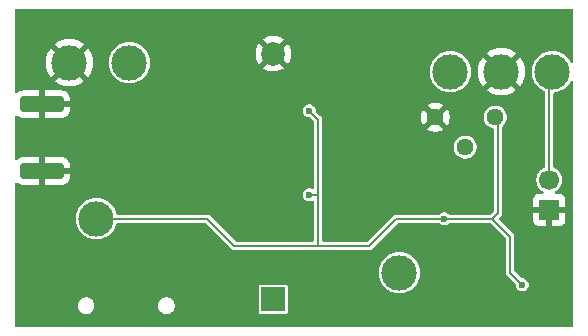
<source format=gbr>
%TF.GenerationSoftware,KiCad,Pcbnew,9.0.5*%
%TF.CreationDate,2025-11-29T16:59:50-06:00*%
%TF.ProjectId,RFIndicator,5246496e-6469-4636-9174-6f722e6b6963,rev?*%
%TF.SameCoordinates,Original*%
%TF.FileFunction,Copper,L2,Bot*%
%TF.FilePolarity,Positive*%
%FSLAX46Y46*%
G04 Gerber Fmt 4.6, Leading zero omitted, Abs format (unit mm)*
G04 Created by KiCad (PCBNEW 9.0.5) date 2025-11-29 16:59:50*
%MOMM*%
%LPD*%
G01*
G04 APERTURE LIST*
G04 Aperture macros list*
%AMRoundRect*
0 Rectangle with rounded corners*
0 $1 Rounding radius*
0 $2 $3 $4 $5 $6 $7 $8 $9 X,Y pos of 4 corners*
0 Add a 4 corners polygon primitive as box body*
4,1,4,$2,$3,$4,$5,$6,$7,$8,$9,$2,$3,0*
0 Add four circle primitives for the rounded corners*
1,1,$1+$1,$2,$3*
1,1,$1+$1,$4,$5*
1,1,$1+$1,$6,$7*
1,1,$1+$1,$8,$9*
0 Add four rect primitives between the rounded corners*
20,1,$1+$1,$2,$3,$4,$5,0*
20,1,$1+$1,$4,$5,$6,$7,0*
20,1,$1+$1,$6,$7,$8,$9,0*
20,1,$1+$1,$8,$9,$2,$3,0*%
G04 Aperture macros list end*
%TA.AperFunction,ComponentPad*%
%ADD10R,1.700000X1.700000*%
%TD*%
%TA.AperFunction,ComponentPad*%
%ADD11C,1.700000*%
%TD*%
%TA.AperFunction,ComponentPad*%
%ADD12C,1.440000*%
%TD*%
%TA.AperFunction,ComponentPad*%
%ADD13C,3.000000*%
%TD*%
%TA.AperFunction,SMDPad,CuDef*%
%ADD14RoundRect,0.250000X-1.600000X0.425000X-1.600000X-0.425000X1.600000X-0.425000X1.600000X0.425000X0*%
%TD*%
%TA.AperFunction,ComponentPad*%
%ADD15R,2.000000X2.000000*%
%TD*%
%TA.AperFunction,ComponentPad*%
%ADD16C,2.000000*%
%TD*%
%TA.AperFunction,ViaPad*%
%ADD17C,0.600000*%
%TD*%
%TA.AperFunction,Conductor*%
%ADD18C,0.200000*%
%TD*%
G04 APERTURE END LIST*
D10*
%TO.P,J2,1,Pin_1*%
%TO.N,GND*%
X99060000Y-114051000D03*
D11*
%TO.P,J2,2,Pin_2*%
%TO.N,Net-(D1-A)*%
X99060000Y-111511000D03*
%TD*%
D12*
%TO.P,RV1,1,1*%
%TO.N,VCC*%
X94488000Y-106212000D03*
%TO.P,RV1,2,2*%
%TO.N,Net-(U1-+)*%
X91948000Y-108752000D03*
%TO.P,RV1,3,3*%
%TO.N,GND*%
X89408000Y-106212000D03*
%TD*%
D13*
%TO.P,TP5,1,1*%
%TO.N,Net-(D1-A)*%
X99314000Y-102362000D03*
%TD*%
%TO.P,TP4,1,1*%
%TO.N,Net-(U1-+)*%
X90678000Y-102362000D03*
%TD*%
%TO.P,TP6,1,1*%
%TO.N,GND*%
X94996000Y-102362000D03*
%TD*%
%TO.P,TP7,1,1*%
%TO.N,GND*%
X58420000Y-101600000D03*
%TD*%
%TO.P,TP3,1,1*%
%TO.N,Net-(U1--)*%
X86360000Y-119380000D03*
%TD*%
%TO.P,TP2,1,1*%
%TO.N,Net-(U2-INHI)*%
X63500000Y-101600000D03*
%TD*%
%TO.P,TP1,1,1*%
%TO.N,VCC*%
X60706000Y-114808000D03*
%TD*%
D14*
%TO.P,J1,2,Ext*%
%TO.N,GND*%
X56130000Y-105125000D03*
X56130000Y-110775000D03*
%TD*%
D15*
%TO.P,BT1,1,+*%
%TO.N,Net-(BT1-+)*%
X75692000Y-121638000D03*
D16*
%TO.P,BT1,2,-*%
%TO.N,GND*%
X75692000Y-100838000D03*
%TD*%
D17*
%TO.N,GND*%
X78740000Y-103886000D03*
X77216000Y-102616000D03*
X77216000Y-115824000D03*
X78740000Y-114554000D03*
X78486000Y-110236000D03*
X78486000Y-109474000D03*
X81788000Y-110744000D03*
X81788000Y-109982000D03*
X93980000Y-112776000D03*
X91440000Y-112776000D03*
X92202000Y-117856000D03*
X93726000Y-116332000D03*
X100330000Y-110236000D03*
X97790000Y-110236000D03*
X96520000Y-108458000D03*
X58166000Y-108712000D03*
X59182000Y-108712000D03*
X60198000Y-108712000D03*
X60198000Y-109728000D03*
X60960000Y-110236000D03*
X61976000Y-110236000D03*
X62992000Y-109728000D03*
X63246000Y-108712000D03*
X64262000Y-108712000D03*
X65278000Y-108712000D03*
X66040000Y-108966000D03*
X67056000Y-108966000D03*
X68072000Y-108966000D03*
X69088000Y-108966000D03*
X70104000Y-108966000D03*
X70358000Y-111252000D03*
X71120000Y-111506000D03*
X72898000Y-110998000D03*
X73660000Y-110236000D03*
X74422000Y-110236000D03*
X76454000Y-111252000D03*
X77470000Y-110744000D03*
X77470000Y-109982000D03*
X77470000Y-109220000D03*
X77470000Y-108458000D03*
X77470000Y-107696000D03*
X76708000Y-107188000D03*
X74422000Y-108204000D03*
X73660000Y-108204000D03*
X72898000Y-107442000D03*
X71374000Y-107188000D03*
X70358000Y-107442000D03*
X69596000Y-106934000D03*
X66802000Y-106934000D03*
X65786000Y-107188000D03*
X64770000Y-107188000D03*
X63500000Y-107188000D03*
X63500000Y-106172000D03*
X62484000Y-105918000D03*
X61468000Y-105918000D03*
X60452000Y-105918000D03*
X59690000Y-106426000D03*
X59182000Y-107188000D03*
X58166000Y-107188000D03*
%TO.N,VCC*%
X96774000Y-120396000D03*
X90170000Y-114808000D03*
X78740000Y-105664000D03*
X78740000Y-112776000D03*
%TD*%
D18*
%TO.N,VCC*%
X86106000Y-114808000D02*
X90170000Y-114808000D01*
X79502000Y-117094000D02*
X83820000Y-117094000D01*
X83820000Y-117094000D02*
X86106000Y-114808000D01*
X78740000Y-112776000D02*
X79502000Y-112776000D01*
X79502000Y-112776000D02*
X79502000Y-106426000D01*
X79502000Y-106426000D02*
X78740000Y-105664000D01*
X79502000Y-117094000D02*
X79502000Y-112776000D01*
X72390000Y-117094000D02*
X79502000Y-117094000D01*
X70104000Y-114808000D02*
X72390000Y-117094000D01*
X60706000Y-114808000D02*
X70104000Y-114808000D01*
X94742000Y-114300000D02*
X94742000Y-106426000D01*
X94234000Y-114808000D02*
X94742000Y-114300000D01*
X95758000Y-116332000D02*
X95758000Y-119380000D01*
X95758000Y-119380000D02*
X96774000Y-120396000D01*
X94234000Y-114808000D02*
X95758000Y-116332000D01*
X90170000Y-114808000D02*
X94234000Y-114808000D01*
%TO.N,Net-(D1-A)*%
X99060000Y-103124000D02*
X99314000Y-102870000D01*
X99060000Y-111511000D02*
X99060000Y-103124000D01*
%TD*%
%TA.AperFunction,Conductor*%
%TO.N,GND*%
G36*
X101042539Y-97040185D02*
G01*
X101088294Y-97092989D01*
X101099500Y-97144500D01*
X101099500Y-101490802D01*
X101079815Y-101557841D01*
X101027011Y-101603596D01*
X100957853Y-101613540D01*
X100894297Y-101584515D01*
X100868113Y-101552802D01*
X100819675Y-101468905D01*
X100772611Y-101387388D01*
X100772608Y-101387385D01*
X100772607Y-101387382D01*
X100663154Y-101244742D01*
X100632919Y-101205339D01*
X100632918Y-101205338D01*
X100632911Y-101205330D01*
X100470670Y-101043089D01*
X100470661Y-101043081D01*
X100288617Y-100903392D01*
X100246060Y-100878822D01*
X100089888Y-100788656D01*
X100089876Y-100788650D01*
X99877887Y-100700842D01*
X99857905Y-100695488D01*
X99656238Y-100641452D01*
X99618215Y-100636446D01*
X99428741Y-100611500D01*
X99428734Y-100611500D01*
X99199266Y-100611500D01*
X99199258Y-100611500D01*
X98982715Y-100640009D01*
X98971762Y-100641452D01*
X98878076Y-100666554D01*
X98750112Y-100700842D01*
X98538123Y-100788650D01*
X98538109Y-100788657D01*
X98339382Y-100903392D01*
X98157338Y-101043081D01*
X97995081Y-101205338D01*
X97855392Y-101387382D01*
X97740657Y-101586109D01*
X97740650Y-101586123D01*
X97652842Y-101798112D01*
X97652842Y-101798113D01*
X97603757Y-101981305D01*
X97593453Y-102019759D01*
X97593451Y-102019770D01*
X97563500Y-102247258D01*
X97563500Y-102476741D01*
X97577196Y-102580767D01*
X97593452Y-102704238D01*
X97629855Y-102840097D01*
X97652842Y-102925887D01*
X97740650Y-103137876D01*
X97740657Y-103137890D01*
X97804501Y-103248471D01*
X97846114Y-103320548D01*
X97855392Y-103336617D01*
X97995081Y-103518661D01*
X97995089Y-103518670D01*
X98157330Y-103680911D01*
X98157338Y-103680918D01*
X98339382Y-103820607D01*
X98339385Y-103820608D01*
X98339388Y-103820611D01*
X98538112Y-103935344D01*
X98538117Y-103935346D01*
X98538123Y-103935349D01*
X98632952Y-103974628D01*
X98687356Y-104018468D01*
X98709421Y-104084762D01*
X98709500Y-104089189D01*
X98709500Y-110378481D01*
X98689815Y-110445520D01*
X98641795Y-110488966D01*
X98483211Y-110569768D01*
X98403256Y-110627859D01*
X98343072Y-110671586D01*
X98343070Y-110671588D01*
X98343069Y-110671588D01*
X98220588Y-110794069D01*
X98220588Y-110794070D01*
X98220586Y-110794072D01*
X98176859Y-110854256D01*
X98118768Y-110934211D01*
X98040128Y-111088552D01*
X97986597Y-111253302D01*
X97970856Y-111352690D01*
X97959500Y-111424389D01*
X97959500Y-111597611D01*
X97986598Y-111768701D01*
X98040127Y-111933445D01*
X98118768Y-112087788D01*
X98220586Y-112227928D01*
X98343072Y-112350414D01*
X98483212Y-112452232D01*
X98506213Y-112463951D01*
X98511244Y-112466515D01*
X98562040Y-112514490D01*
X98578835Y-112582311D01*
X98556297Y-112648446D01*
X98501582Y-112691897D01*
X98454949Y-112701000D01*
X98162155Y-112701000D01*
X98102627Y-112707401D01*
X98102620Y-112707403D01*
X97967913Y-112757645D01*
X97967906Y-112757649D01*
X97852812Y-112843809D01*
X97852809Y-112843812D01*
X97766649Y-112958906D01*
X97766645Y-112958913D01*
X97716403Y-113093620D01*
X97716401Y-113093627D01*
X97710000Y-113153155D01*
X97710000Y-113801000D01*
X98626988Y-113801000D01*
X98594075Y-113858007D01*
X98560000Y-113985174D01*
X98560000Y-114116826D01*
X98594075Y-114243993D01*
X98626988Y-114301000D01*
X97710000Y-114301000D01*
X97710000Y-114948844D01*
X97716401Y-115008372D01*
X97716403Y-115008379D01*
X97766645Y-115143086D01*
X97766649Y-115143093D01*
X97852809Y-115258187D01*
X97852812Y-115258190D01*
X97967906Y-115344350D01*
X97967913Y-115344354D01*
X98102620Y-115394596D01*
X98102627Y-115394598D01*
X98162155Y-115400999D01*
X98162172Y-115401000D01*
X98810000Y-115401000D01*
X98810000Y-114484012D01*
X98867007Y-114516925D01*
X98994174Y-114551000D01*
X99125826Y-114551000D01*
X99252993Y-114516925D01*
X99310000Y-114484012D01*
X99310000Y-115401000D01*
X99957828Y-115401000D01*
X99957844Y-115400999D01*
X100017372Y-115394598D01*
X100017379Y-115394596D01*
X100152086Y-115344354D01*
X100152093Y-115344350D01*
X100267187Y-115258190D01*
X100267190Y-115258187D01*
X100353350Y-115143093D01*
X100353354Y-115143086D01*
X100403596Y-115008379D01*
X100403598Y-115008372D01*
X100409999Y-114948844D01*
X100410000Y-114948827D01*
X100410000Y-114301000D01*
X99493012Y-114301000D01*
X99525925Y-114243993D01*
X99560000Y-114116826D01*
X99560000Y-113985174D01*
X99525925Y-113858007D01*
X99493012Y-113801000D01*
X100410000Y-113801000D01*
X100410000Y-113153172D01*
X100409999Y-113153155D01*
X100403598Y-113093627D01*
X100403596Y-113093620D01*
X100353354Y-112958913D01*
X100353350Y-112958906D01*
X100267190Y-112843812D01*
X100267187Y-112843809D01*
X100152093Y-112757649D01*
X100152086Y-112757645D01*
X100017379Y-112707403D01*
X100017372Y-112707401D01*
X99957844Y-112701000D01*
X99665051Y-112701000D01*
X99598012Y-112681315D01*
X99552257Y-112628511D01*
X99542313Y-112559353D01*
X99571338Y-112495797D01*
X99608756Y-112466515D01*
X99611471Y-112465131D01*
X99636788Y-112452232D01*
X99776928Y-112350414D01*
X99899414Y-112227928D01*
X100001232Y-112087788D01*
X100079873Y-111933445D01*
X100133402Y-111768701D01*
X100160500Y-111597611D01*
X100160500Y-111424389D01*
X100133402Y-111253299D01*
X100079873Y-111088555D01*
X100001232Y-110934212D01*
X99899414Y-110794072D01*
X99776928Y-110671586D01*
X99636788Y-110569768D01*
X99478205Y-110488966D01*
X99427409Y-110440991D01*
X99410500Y-110378481D01*
X99410500Y-104223645D01*
X99430185Y-104156606D01*
X99482989Y-104110851D01*
X99518313Y-104100706D01*
X99656238Y-104082548D01*
X99877887Y-104023158D01*
X100089888Y-103935344D01*
X100288612Y-103820611D01*
X100470661Y-103680919D01*
X100470665Y-103680914D01*
X100470670Y-103680911D01*
X100632911Y-103518670D01*
X100632914Y-103518665D01*
X100632919Y-103518661D01*
X100772611Y-103336612D01*
X100868113Y-103171196D01*
X100918680Y-103122981D01*
X100987287Y-103109758D01*
X101052152Y-103135726D01*
X101092680Y-103192641D01*
X101099500Y-103233197D01*
X101099500Y-123835500D01*
X101079815Y-123902539D01*
X101027011Y-123948294D01*
X100975500Y-123959500D01*
X53964500Y-123959500D01*
X53897461Y-123939815D01*
X53851706Y-123887011D01*
X53840500Y-123835500D01*
X53840500Y-122242995D01*
X59145499Y-122242995D01*
X59172418Y-122378322D01*
X59172421Y-122378332D01*
X59225221Y-122505804D01*
X59225228Y-122505817D01*
X59301885Y-122620541D01*
X59301888Y-122620545D01*
X59399454Y-122718111D01*
X59399458Y-122718114D01*
X59514182Y-122794771D01*
X59514195Y-122794778D01*
X59641667Y-122847578D01*
X59641672Y-122847580D01*
X59641676Y-122847580D01*
X59641677Y-122847581D01*
X59777004Y-122874500D01*
X59777007Y-122874500D01*
X59914995Y-122874500D01*
X60006041Y-122856389D01*
X60050328Y-122847580D01*
X60177811Y-122794775D01*
X60292542Y-122718114D01*
X60390114Y-122620542D01*
X60466775Y-122505811D01*
X60519580Y-122378328D01*
X60546500Y-122242995D01*
X65945499Y-122242995D01*
X65972418Y-122378322D01*
X65972421Y-122378332D01*
X66025221Y-122505804D01*
X66025228Y-122505817D01*
X66101885Y-122620541D01*
X66101888Y-122620545D01*
X66199454Y-122718111D01*
X66199458Y-122718114D01*
X66314182Y-122794771D01*
X66314195Y-122794778D01*
X66441667Y-122847578D01*
X66441672Y-122847580D01*
X66441676Y-122847580D01*
X66441677Y-122847581D01*
X66577004Y-122874500D01*
X66577007Y-122874500D01*
X66714995Y-122874500D01*
X66806041Y-122856389D01*
X66850328Y-122847580D01*
X66977811Y-122794775D01*
X67092542Y-122718114D01*
X67190114Y-122620542D01*
X67266775Y-122505811D01*
X67319580Y-122378328D01*
X67346500Y-122242993D01*
X67346500Y-122105007D01*
X67346500Y-122105004D01*
X67319581Y-121969677D01*
X67319580Y-121969676D01*
X67319580Y-121969672D01*
X67319578Y-121969667D01*
X67266778Y-121842195D01*
X67266771Y-121842182D01*
X67190114Y-121727458D01*
X67190111Y-121727454D01*
X67092545Y-121629888D01*
X67092541Y-121629885D01*
X66977817Y-121553228D01*
X66977804Y-121553221D01*
X66850332Y-121500421D01*
X66850322Y-121500418D01*
X66714995Y-121473500D01*
X66714993Y-121473500D01*
X66577007Y-121473500D01*
X66577005Y-121473500D01*
X66441677Y-121500418D01*
X66441667Y-121500421D01*
X66314195Y-121553221D01*
X66314182Y-121553228D01*
X66199458Y-121629885D01*
X66199454Y-121629888D01*
X66101888Y-121727454D01*
X66101885Y-121727458D01*
X66025228Y-121842182D01*
X66025221Y-121842195D01*
X65972421Y-121969667D01*
X65972418Y-121969677D01*
X65945500Y-122105004D01*
X65945500Y-122105007D01*
X65945500Y-122242993D01*
X65945500Y-122242995D01*
X65945499Y-122242995D01*
X60546500Y-122242995D01*
X60546500Y-122242993D01*
X60546500Y-122105007D01*
X60546500Y-122105004D01*
X60519581Y-121969677D01*
X60519580Y-121969676D01*
X60519580Y-121969672D01*
X60519578Y-121969667D01*
X60466778Y-121842195D01*
X60466771Y-121842182D01*
X60390114Y-121727458D01*
X60390111Y-121727454D01*
X60292545Y-121629888D01*
X60292541Y-121629885D01*
X60177817Y-121553228D01*
X60177804Y-121553221D01*
X60050332Y-121500421D01*
X60050322Y-121500418D01*
X59914995Y-121473500D01*
X59914993Y-121473500D01*
X59777007Y-121473500D01*
X59777005Y-121473500D01*
X59641677Y-121500418D01*
X59641667Y-121500421D01*
X59514195Y-121553221D01*
X59514182Y-121553228D01*
X59399458Y-121629885D01*
X59399454Y-121629888D01*
X59301888Y-121727454D01*
X59301885Y-121727458D01*
X59225228Y-121842182D01*
X59225221Y-121842195D01*
X59172421Y-121969667D01*
X59172418Y-121969677D01*
X59145500Y-122105004D01*
X59145500Y-122105007D01*
X59145500Y-122242993D01*
X59145500Y-122242995D01*
X59145499Y-122242995D01*
X53840500Y-122242995D01*
X53840500Y-120613321D01*
X74441500Y-120613321D01*
X74441500Y-122662678D01*
X74456032Y-122735735D01*
X74456033Y-122735739D01*
X74456034Y-122735740D01*
X74511399Y-122818601D01*
X74594260Y-122873966D01*
X74594264Y-122873967D01*
X74667321Y-122888499D01*
X74667324Y-122888500D01*
X74667326Y-122888500D01*
X76716676Y-122888500D01*
X76716677Y-122888499D01*
X76789740Y-122873966D01*
X76872601Y-122818601D01*
X76927966Y-122735740D01*
X76942500Y-122662674D01*
X76942500Y-120613326D01*
X76942500Y-120613323D01*
X76942499Y-120613321D01*
X76927967Y-120540264D01*
X76927966Y-120540260D01*
X76925561Y-120536661D01*
X76872601Y-120457399D01*
X76789740Y-120402034D01*
X76789739Y-120402033D01*
X76789735Y-120402032D01*
X76716677Y-120387500D01*
X76716674Y-120387500D01*
X74667326Y-120387500D01*
X74667323Y-120387500D01*
X74594264Y-120402032D01*
X74594260Y-120402033D01*
X74511399Y-120457399D01*
X74456033Y-120540260D01*
X74456032Y-120540264D01*
X74441500Y-120613321D01*
X53840500Y-120613321D01*
X53840500Y-119265258D01*
X84609500Y-119265258D01*
X84609500Y-119494741D01*
X84634446Y-119684215D01*
X84639452Y-119722238D01*
X84639453Y-119722240D01*
X84698842Y-119943887D01*
X84786650Y-120155876D01*
X84786656Y-120155888D01*
X84872666Y-120304863D01*
X84901392Y-120354617D01*
X85041081Y-120536661D01*
X85041089Y-120536670D01*
X85203330Y-120698911D01*
X85203338Y-120698918D01*
X85203339Y-120698919D01*
X85249077Y-120734015D01*
X85385382Y-120838607D01*
X85385385Y-120838608D01*
X85385388Y-120838611D01*
X85584112Y-120953344D01*
X85584117Y-120953346D01*
X85584123Y-120953349D01*
X85675480Y-120991190D01*
X85796113Y-121041158D01*
X86017762Y-121100548D01*
X86245266Y-121130500D01*
X86245273Y-121130500D01*
X86474727Y-121130500D01*
X86474734Y-121130500D01*
X86702238Y-121100548D01*
X86923887Y-121041158D01*
X87135888Y-120953344D01*
X87334612Y-120838611D01*
X87516661Y-120698919D01*
X87516665Y-120698914D01*
X87516670Y-120698911D01*
X87678911Y-120536670D01*
X87678914Y-120536665D01*
X87678919Y-120536661D01*
X87818611Y-120354612D01*
X87933344Y-120155888D01*
X88021158Y-119943887D01*
X88080548Y-119722238D01*
X88110500Y-119494734D01*
X88110500Y-119265266D01*
X88080548Y-119037762D01*
X88021158Y-118816113D01*
X87933344Y-118604112D01*
X87818611Y-118405388D01*
X87818608Y-118405385D01*
X87818607Y-118405382D01*
X87678918Y-118223338D01*
X87678911Y-118223330D01*
X87516670Y-118061089D01*
X87516661Y-118061081D01*
X87334617Y-117921392D01*
X87135890Y-117806657D01*
X87135876Y-117806650D01*
X86923887Y-117718842D01*
X86702238Y-117659452D01*
X86664215Y-117654446D01*
X86474741Y-117629500D01*
X86474734Y-117629500D01*
X86245266Y-117629500D01*
X86245258Y-117629500D01*
X86028715Y-117658009D01*
X86017762Y-117659452D01*
X85924076Y-117684554D01*
X85796112Y-117718842D01*
X85584123Y-117806650D01*
X85584109Y-117806657D01*
X85385382Y-117921392D01*
X85203338Y-118061081D01*
X85041081Y-118223338D01*
X84901392Y-118405382D01*
X84786657Y-118604109D01*
X84786650Y-118604123D01*
X84698842Y-118816112D01*
X84639453Y-119037759D01*
X84639451Y-119037770D01*
X84609500Y-119265258D01*
X53840500Y-119265258D01*
X53840500Y-114693258D01*
X58955500Y-114693258D01*
X58955500Y-114922741D01*
X58980446Y-115112215D01*
X58985452Y-115150238D01*
X59031202Y-115320982D01*
X59044842Y-115371887D01*
X59132650Y-115583876D01*
X59132657Y-115583890D01*
X59247392Y-115782617D01*
X59387081Y-115964661D01*
X59387089Y-115964670D01*
X59549330Y-116126911D01*
X59549338Y-116126918D01*
X59731382Y-116266607D01*
X59731385Y-116266608D01*
X59731388Y-116266611D01*
X59930112Y-116381344D01*
X59930117Y-116381346D01*
X59930123Y-116381349D01*
X60021480Y-116419190D01*
X60142113Y-116469158D01*
X60363762Y-116528548D01*
X60591266Y-116558500D01*
X60591273Y-116558500D01*
X60820727Y-116558500D01*
X60820734Y-116558500D01*
X61048238Y-116528548D01*
X61269887Y-116469158D01*
X61481888Y-116381344D01*
X61680612Y-116266611D01*
X61862661Y-116126919D01*
X61862665Y-116126914D01*
X61862670Y-116126911D01*
X62024911Y-115964670D01*
X62024914Y-115964665D01*
X62024919Y-115964661D01*
X62164611Y-115782612D01*
X62279344Y-115583888D01*
X62367158Y-115371887D01*
X62399708Y-115250407D01*
X62436073Y-115190746D01*
X62498920Y-115160217D01*
X62519483Y-115158500D01*
X69907456Y-115158500D01*
X69974495Y-115178185D01*
X69995137Y-115194819D01*
X72174788Y-117374470D01*
X72254712Y-117420614D01*
X72343856Y-117444500D01*
X72343858Y-117444500D01*
X83866142Y-117444500D01*
X83866144Y-117444500D01*
X83955288Y-117420614D01*
X84035212Y-117374470D01*
X86214863Y-115194819D01*
X86276186Y-115161334D01*
X86302544Y-115158500D01*
X89690614Y-115158500D01*
X89757653Y-115178185D01*
X89778295Y-115194819D01*
X89831985Y-115248509D01*
X89831986Y-115248510D01*
X89831988Y-115248511D01*
X89957511Y-115320982D01*
X89957512Y-115320982D01*
X89957515Y-115320984D01*
X90097525Y-115358500D01*
X90097528Y-115358500D01*
X90242472Y-115358500D01*
X90242475Y-115358500D01*
X90382485Y-115320984D01*
X90508015Y-115248509D01*
X90561705Y-115194819D01*
X90623028Y-115161334D01*
X90649386Y-115158500D01*
X94037456Y-115158500D01*
X94104495Y-115178185D01*
X94125137Y-115194819D01*
X95371181Y-116440863D01*
X95404666Y-116502186D01*
X95407500Y-116528544D01*
X95407500Y-119426144D01*
X95421540Y-119478542D01*
X95421540Y-119478543D01*
X95431384Y-119515285D01*
X95431385Y-119515286D01*
X95477527Y-119595208D01*
X95477531Y-119595213D01*
X96187181Y-120304863D01*
X96220666Y-120366186D01*
X96223500Y-120392544D01*
X96223500Y-120468475D01*
X96261016Y-120608485D01*
X96261017Y-120608488D01*
X96333488Y-120734011D01*
X96333490Y-120734013D01*
X96333491Y-120734015D01*
X96435985Y-120836509D01*
X96435986Y-120836510D01*
X96435988Y-120836511D01*
X96561511Y-120908982D01*
X96561512Y-120908982D01*
X96561515Y-120908984D01*
X96701525Y-120946500D01*
X96701528Y-120946500D01*
X96846472Y-120946500D01*
X96846475Y-120946500D01*
X96986485Y-120908984D01*
X97112015Y-120836509D01*
X97214509Y-120734015D01*
X97286984Y-120608485D01*
X97324500Y-120468475D01*
X97324500Y-120323525D01*
X97286984Y-120183515D01*
X97271033Y-120155888D01*
X97214511Y-120057988D01*
X97214506Y-120057982D01*
X97112017Y-119955493D01*
X97112011Y-119955488D01*
X96986488Y-119883017D01*
X96986489Y-119883017D01*
X96975006Y-119879940D01*
X96846475Y-119845500D01*
X96846472Y-119845500D01*
X96770544Y-119845500D01*
X96703505Y-119825815D01*
X96682863Y-119809181D01*
X96144819Y-119271137D01*
X96111334Y-119209814D01*
X96108500Y-119183456D01*
X96108500Y-116285858D01*
X96108500Y-116285856D01*
X96084614Y-116196712D01*
X96038469Y-116116787D01*
X94817363Y-114895681D01*
X94783878Y-114834358D01*
X94788862Y-114764666D01*
X94817363Y-114720319D01*
X94844424Y-114693258D01*
X95022469Y-114515213D01*
X95068614Y-114435288D01*
X95068747Y-114434793D01*
X95068761Y-114434743D01*
X95082086Y-114385011D01*
X95092500Y-114346144D01*
X95092500Y-107031358D01*
X95112185Y-106964319D01*
X95128819Y-106943677D01*
X95241834Y-106830661D01*
X95241835Y-106830660D01*
X95241837Y-106830658D01*
X95348046Y-106671704D01*
X95421204Y-106495084D01*
X95444124Y-106379858D01*
X95458500Y-106307588D01*
X95458500Y-106116411D01*
X95421205Y-105928921D01*
X95421204Y-105928920D01*
X95421204Y-105928916D01*
X95399488Y-105876488D01*
X95348048Y-105752299D01*
X95241835Y-105593339D01*
X95106660Y-105458164D01*
X94947700Y-105351951D01*
X94771088Y-105278797D01*
X94771078Y-105278794D01*
X94583588Y-105241500D01*
X94583586Y-105241500D01*
X94392414Y-105241500D01*
X94392412Y-105241500D01*
X94204921Y-105278794D01*
X94204911Y-105278797D01*
X94028299Y-105351951D01*
X93869339Y-105458164D01*
X93734164Y-105593339D01*
X93627951Y-105752299D01*
X93554797Y-105928911D01*
X93554794Y-105928921D01*
X93517500Y-106116411D01*
X93517500Y-106116414D01*
X93517500Y-106307586D01*
X93517500Y-106307588D01*
X93517499Y-106307588D01*
X93554794Y-106495078D01*
X93554797Y-106495088D01*
X93627951Y-106671700D01*
X93734164Y-106830660D01*
X93869339Y-106965835D01*
X94028299Y-107072048D01*
X94204911Y-107145202D01*
X94204916Y-107145204D01*
X94291694Y-107162465D01*
X94353601Y-107194848D01*
X94388176Y-107255563D01*
X94391500Y-107284081D01*
X94391500Y-114103456D01*
X94371815Y-114170495D01*
X94355181Y-114191137D01*
X94125137Y-114421181D01*
X94063814Y-114454666D01*
X94037456Y-114457500D01*
X90649386Y-114457500D01*
X90582347Y-114437815D01*
X90561705Y-114421181D01*
X90508017Y-114367493D01*
X90508011Y-114367488D01*
X90382488Y-114295017D01*
X90382489Y-114295017D01*
X90371006Y-114291940D01*
X90242475Y-114257500D01*
X90097525Y-114257500D01*
X89968993Y-114291940D01*
X89957511Y-114295017D01*
X89831988Y-114367488D01*
X89831982Y-114367493D01*
X89778295Y-114421181D01*
X89716972Y-114454666D01*
X89690614Y-114457500D01*
X86059856Y-114457500D01*
X85970712Y-114481386D01*
X85970709Y-114481387D01*
X85890791Y-114527527D01*
X85890786Y-114527531D01*
X83711137Y-116707181D01*
X83649814Y-116740666D01*
X83623456Y-116743500D01*
X79976500Y-116743500D01*
X79909461Y-116723815D01*
X79863706Y-116671011D01*
X79852500Y-116619500D01*
X79852500Y-108847588D01*
X90977499Y-108847588D01*
X91014794Y-109035078D01*
X91014797Y-109035088D01*
X91087951Y-109211700D01*
X91194164Y-109370660D01*
X91329339Y-109505835D01*
X91488299Y-109612048D01*
X91664911Y-109685202D01*
X91664916Y-109685204D01*
X91664920Y-109685204D01*
X91664921Y-109685205D01*
X91852411Y-109722500D01*
X91852414Y-109722500D01*
X92043588Y-109722500D01*
X92169729Y-109697408D01*
X92231084Y-109685204D01*
X92319394Y-109648625D01*
X92407700Y-109612048D01*
X92407701Y-109612047D01*
X92407704Y-109612046D01*
X92566658Y-109505837D01*
X92701837Y-109370658D01*
X92808046Y-109211704D01*
X92881204Y-109035084D01*
X92918500Y-108847586D01*
X92918500Y-108656414D01*
X92918500Y-108656411D01*
X92881205Y-108468921D01*
X92881204Y-108468920D01*
X92881204Y-108468916D01*
X92881202Y-108468911D01*
X92808048Y-108292299D01*
X92701835Y-108133339D01*
X92566660Y-107998164D01*
X92407700Y-107891951D01*
X92231088Y-107818797D01*
X92231078Y-107818794D01*
X92043588Y-107781500D01*
X92043586Y-107781500D01*
X91852414Y-107781500D01*
X91852412Y-107781500D01*
X91664921Y-107818794D01*
X91664911Y-107818797D01*
X91488299Y-107891951D01*
X91329339Y-107998164D01*
X91194164Y-108133339D01*
X91087951Y-108292299D01*
X91014797Y-108468911D01*
X91014794Y-108468921D01*
X90977500Y-108656411D01*
X90977500Y-108656414D01*
X90977500Y-108847586D01*
X90977500Y-108847588D01*
X90977499Y-108847588D01*
X79852500Y-108847588D01*
X79852500Y-106379858D01*
X79852500Y-106379856D01*
X79828614Y-106290712D01*
X79820160Y-106276069D01*
X79782470Y-106210788D01*
X79687666Y-106115984D01*
X88188000Y-106115984D01*
X88188000Y-106308015D01*
X88218040Y-106497684D01*
X88277383Y-106680321D01*
X88364561Y-106851415D01*
X88385798Y-106880646D01*
X89008000Y-106258445D01*
X89008000Y-106264661D01*
X89035259Y-106366394D01*
X89087920Y-106457606D01*
X89162394Y-106532080D01*
X89253606Y-106584741D01*
X89355339Y-106612000D01*
X89361554Y-106612000D01*
X88739351Y-107234200D01*
X88739352Y-107234201D01*
X88768577Y-107255434D01*
X88939678Y-107342616D01*
X89122315Y-107401959D01*
X89311985Y-107432000D01*
X89504015Y-107432000D01*
X89693684Y-107401959D01*
X89876321Y-107342616D01*
X90047419Y-107255436D01*
X90076646Y-107234201D01*
X90076646Y-107234200D01*
X89454447Y-106612000D01*
X89460661Y-106612000D01*
X89562394Y-106584741D01*
X89653606Y-106532080D01*
X89728080Y-106457606D01*
X89780741Y-106366394D01*
X89808000Y-106264661D01*
X89808000Y-106258446D01*
X90430200Y-106880646D01*
X90430201Y-106880646D01*
X90451436Y-106851419D01*
X90538616Y-106680321D01*
X90597959Y-106497684D01*
X90628000Y-106308015D01*
X90628000Y-106115984D01*
X90597959Y-105926315D01*
X90538616Y-105743678D01*
X90451434Y-105572577D01*
X90430201Y-105543352D01*
X90430200Y-105543351D01*
X89808000Y-106165552D01*
X89808000Y-106159339D01*
X89780741Y-106057606D01*
X89728080Y-105966394D01*
X89653606Y-105891920D01*
X89562394Y-105839259D01*
X89460661Y-105812000D01*
X89454447Y-105812000D01*
X90076646Y-105189798D01*
X90047415Y-105168561D01*
X89876321Y-105081383D01*
X89693684Y-105022040D01*
X89504015Y-104992000D01*
X89311985Y-104992000D01*
X89122315Y-105022040D01*
X88939678Y-105081383D01*
X88768578Y-105168564D01*
X88739352Y-105189798D01*
X88739351Y-105189798D01*
X89361554Y-105812000D01*
X89355339Y-105812000D01*
X89253606Y-105839259D01*
X89162394Y-105891920D01*
X89087920Y-105966394D01*
X89035259Y-106057606D01*
X89008000Y-106159339D01*
X89008000Y-106165553D01*
X88385798Y-105543351D01*
X88385798Y-105543352D01*
X88364564Y-105572578D01*
X88277383Y-105743678D01*
X88218040Y-105926315D01*
X88188000Y-106115984D01*
X79687666Y-106115984D01*
X79326819Y-105755137D01*
X79293334Y-105693814D01*
X79290500Y-105667456D01*
X79290500Y-105591527D01*
X79290500Y-105591525D01*
X79252984Y-105451515D01*
X79195502Y-105351954D01*
X79180511Y-105325988D01*
X79180506Y-105325982D01*
X79078017Y-105223493D01*
X79078011Y-105223488D01*
X78952488Y-105151017D01*
X78952489Y-105151017D01*
X78941006Y-105147940D01*
X78812475Y-105113500D01*
X78667525Y-105113500D01*
X78538993Y-105147940D01*
X78527511Y-105151017D01*
X78401988Y-105223488D01*
X78401982Y-105223493D01*
X78299493Y-105325982D01*
X78299488Y-105325988D01*
X78227017Y-105451511D01*
X78227016Y-105451515D01*
X78189500Y-105591525D01*
X78189500Y-105736475D01*
X78225042Y-105869119D01*
X78227017Y-105876488D01*
X78299488Y-106002011D01*
X78299490Y-106002013D01*
X78299491Y-106002015D01*
X78401985Y-106104509D01*
X78401986Y-106104510D01*
X78401988Y-106104511D01*
X78527511Y-106176982D01*
X78527512Y-106176982D01*
X78527515Y-106176984D01*
X78667525Y-106214500D01*
X78743456Y-106214500D01*
X78810495Y-106234185D01*
X78831137Y-106250819D01*
X79115181Y-106534863D01*
X79148666Y-106596186D01*
X79151500Y-106622544D01*
X79151500Y-112163142D01*
X79131815Y-112230181D01*
X79079011Y-112275936D01*
X79009853Y-112285880D01*
X78965502Y-112270531D01*
X78959244Y-112266918D01*
X78952485Y-112263016D01*
X78812475Y-112225500D01*
X78667525Y-112225500D01*
X78538993Y-112259940D01*
X78527511Y-112263017D01*
X78401988Y-112335488D01*
X78401982Y-112335493D01*
X78299493Y-112437982D01*
X78299488Y-112437988D01*
X78227017Y-112563511D01*
X78227016Y-112563515D01*
X78189500Y-112703525D01*
X78189500Y-112848475D01*
X78219092Y-112958913D01*
X78227017Y-112988488D01*
X78299488Y-113114011D01*
X78299490Y-113114013D01*
X78299491Y-113114015D01*
X78401985Y-113216509D01*
X78401986Y-113216510D01*
X78401988Y-113216511D01*
X78527511Y-113288982D01*
X78527512Y-113288982D01*
X78527515Y-113288984D01*
X78667525Y-113326500D01*
X78667528Y-113326500D01*
X78812472Y-113326500D01*
X78812475Y-113326500D01*
X78952485Y-113288984D01*
X78965498Y-113281471D01*
X79033398Y-113264997D01*
X79099426Y-113287849D01*
X79142617Y-113342769D01*
X79151500Y-113388857D01*
X79151500Y-116619500D01*
X79131815Y-116686539D01*
X79079011Y-116732294D01*
X79027500Y-116743500D01*
X72586544Y-116743500D01*
X72519505Y-116723815D01*
X72498863Y-116707181D01*
X70319213Y-114527531D01*
X70319208Y-114527527D01*
X70239290Y-114481387D01*
X70239289Y-114481386D01*
X70239288Y-114481386D01*
X70150144Y-114457500D01*
X70150143Y-114457500D01*
X62519483Y-114457500D01*
X62452444Y-114437815D01*
X62406689Y-114385011D01*
X62399708Y-114365593D01*
X62394496Y-114346142D01*
X62367158Y-114244113D01*
X62345215Y-114191137D01*
X62279347Y-114032118D01*
X62279342Y-114032109D01*
X62252244Y-113985174D01*
X62164611Y-113833388D01*
X62164608Y-113833385D01*
X62164607Y-113833382D01*
X62024918Y-113651338D01*
X62024911Y-113651330D01*
X61862670Y-113489089D01*
X61862661Y-113489081D01*
X61680617Y-113349392D01*
X61481890Y-113234657D01*
X61481876Y-113234650D01*
X61269887Y-113146842D01*
X61255638Y-113143024D01*
X61048238Y-113087452D01*
X61010215Y-113082446D01*
X60820741Y-113057500D01*
X60820734Y-113057500D01*
X60591266Y-113057500D01*
X60591258Y-113057500D01*
X60374715Y-113086009D01*
X60363762Y-113087452D01*
X60270076Y-113112554D01*
X60142112Y-113146842D01*
X59930123Y-113234650D01*
X59930109Y-113234657D01*
X59731382Y-113349392D01*
X59549338Y-113489081D01*
X59387081Y-113651338D01*
X59247392Y-113833382D01*
X59132657Y-114032109D01*
X59132650Y-114032123D01*
X59044842Y-114244112D01*
X59041255Y-114257500D01*
X58993618Y-114435288D01*
X58985453Y-114465759D01*
X58985451Y-114465770D01*
X58955500Y-114693258D01*
X53840500Y-114693258D01*
X53840500Y-111870523D01*
X53860185Y-111803484D01*
X53912989Y-111757729D01*
X53982147Y-111747785D01*
X54045703Y-111776810D01*
X54052181Y-111782842D01*
X54061654Y-111792315D01*
X54210875Y-111884356D01*
X54210880Y-111884358D01*
X54377302Y-111939505D01*
X54377309Y-111939506D01*
X54480019Y-111949999D01*
X55879999Y-111949999D01*
X56380000Y-111949999D01*
X57779972Y-111949999D01*
X57779986Y-111949998D01*
X57882697Y-111939505D01*
X58049119Y-111884358D01*
X58049124Y-111884356D01*
X58198345Y-111792315D01*
X58322315Y-111668345D01*
X58414356Y-111519124D01*
X58414358Y-111519119D01*
X58469505Y-111352697D01*
X58469506Y-111352690D01*
X58479999Y-111249986D01*
X58480000Y-111249973D01*
X58480000Y-111025000D01*
X56380000Y-111025000D01*
X56380000Y-111949999D01*
X55879999Y-111949999D01*
X55880000Y-111949998D01*
X55880000Y-110525000D01*
X56380000Y-110525000D01*
X58479999Y-110525000D01*
X58479999Y-110300028D01*
X58479998Y-110300013D01*
X58469505Y-110197302D01*
X58414358Y-110030880D01*
X58414356Y-110030875D01*
X58322315Y-109881654D01*
X58198345Y-109757684D01*
X58049124Y-109665643D01*
X58049119Y-109665641D01*
X57882697Y-109610494D01*
X57882690Y-109610493D01*
X57779986Y-109600000D01*
X56380000Y-109600000D01*
X56380000Y-110525000D01*
X55880000Y-110525000D01*
X55880000Y-109600000D01*
X54480028Y-109600000D01*
X54480012Y-109600001D01*
X54377302Y-109610494D01*
X54210880Y-109665641D01*
X54210875Y-109665643D01*
X54061654Y-109757684D01*
X54052181Y-109767158D01*
X53990858Y-109800643D01*
X53921166Y-109795659D01*
X53865233Y-109753787D01*
X53840816Y-109688323D01*
X53840500Y-109679477D01*
X53840500Y-106220523D01*
X53860185Y-106153484D01*
X53912989Y-106107729D01*
X53982147Y-106097785D01*
X54045703Y-106126810D01*
X54052181Y-106132842D01*
X54061654Y-106142315D01*
X54210875Y-106234356D01*
X54210880Y-106234358D01*
X54377302Y-106289505D01*
X54377309Y-106289506D01*
X54480019Y-106299999D01*
X55879999Y-106299999D01*
X56380000Y-106299999D01*
X57779972Y-106299999D01*
X57779986Y-106299998D01*
X57882697Y-106289505D01*
X58049119Y-106234358D01*
X58049124Y-106234356D01*
X58198345Y-106142315D01*
X58322315Y-106018345D01*
X58414356Y-105869124D01*
X58414358Y-105869119D01*
X58469505Y-105702697D01*
X58469506Y-105702690D01*
X58479999Y-105599986D01*
X58480000Y-105599973D01*
X58480000Y-105375000D01*
X56380000Y-105375000D01*
X56380000Y-106299999D01*
X55879999Y-106299999D01*
X55880000Y-106299998D01*
X55880000Y-104875000D01*
X56380000Y-104875000D01*
X58479999Y-104875000D01*
X58479999Y-104650028D01*
X58479998Y-104650013D01*
X58469505Y-104547302D01*
X58414358Y-104380880D01*
X58414356Y-104380875D01*
X58322315Y-104231654D01*
X58198345Y-104107684D01*
X58049124Y-104015643D01*
X58049119Y-104015641D01*
X57882697Y-103960494D01*
X57882690Y-103960493D01*
X57779986Y-103950000D01*
X56380000Y-103950000D01*
X56380000Y-104875000D01*
X55880000Y-104875000D01*
X55880000Y-103950000D01*
X54480028Y-103950000D01*
X54480012Y-103950001D01*
X54377302Y-103960494D01*
X54210880Y-104015641D01*
X54210875Y-104015643D01*
X54061654Y-104107684D01*
X54052181Y-104117158D01*
X53990858Y-104150643D01*
X53921166Y-104145659D01*
X53865233Y-104103787D01*
X53840816Y-104038323D01*
X53840500Y-104029477D01*
X53840500Y-101468905D01*
X56420000Y-101468905D01*
X56420000Y-101731094D01*
X56454220Y-101991009D01*
X56454222Y-101991020D01*
X56522075Y-102244255D01*
X56622404Y-102486471D01*
X56622409Y-102486482D01*
X56753488Y-102713516D01*
X56753494Y-102713524D01*
X56840080Y-102826365D01*
X57742421Y-101924024D01*
X57755359Y-101955258D01*
X57837437Y-102078097D01*
X57941903Y-102182563D01*
X58064742Y-102264641D01*
X58095974Y-102277577D01*
X57193633Y-103179917D01*
X57193633Y-103179918D01*
X57306475Y-103266505D01*
X57306483Y-103266511D01*
X57533517Y-103397590D01*
X57533528Y-103397595D01*
X57775744Y-103497924D01*
X58028979Y-103565777D01*
X58028990Y-103565779D01*
X58288905Y-103599999D01*
X58288920Y-103600000D01*
X58551080Y-103600000D01*
X58551094Y-103599999D01*
X58811009Y-103565779D01*
X58811020Y-103565777D01*
X59064255Y-103497924D01*
X59306471Y-103397595D01*
X59306482Y-103397590D01*
X59533516Y-103266511D01*
X59533534Y-103266499D01*
X59646365Y-103179919D01*
X59646365Y-103179917D01*
X58744025Y-102277578D01*
X58775258Y-102264641D01*
X58898097Y-102182563D01*
X59002563Y-102078097D01*
X59084641Y-101955258D01*
X59097578Y-101924025D01*
X59999917Y-102826365D01*
X59999919Y-102826365D01*
X60086499Y-102713534D01*
X60086511Y-102713516D01*
X60217590Y-102486482D01*
X60217595Y-102486471D01*
X60317924Y-102244255D01*
X60385777Y-101991020D01*
X60385779Y-101991009D01*
X60419999Y-101731094D01*
X60420000Y-101731080D01*
X60420000Y-101485258D01*
X61749500Y-101485258D01*
X61749500Y-101714741D01*
X61758018Y-101779437D01*
X61779452Y-101942238D01*
X61833308Y-102143233D01*
X61838842Y-102163887D01*
X61926650Y-102375876D01*
X61926657Y-102375890D01*
X62041392Y-102574617D01*
X62181081Y-102756661D01*
X62181089Y-102756670D01*
X62343330Y-102918911D01*
X62343338Y-102918918D01*
X62525382Y-103058607D01*
X62525385Y-103058608D01*
X62525388Y-103058611D01*
X62724112Y-103173344D01*
X62724117Y-103173346D01*
X62724123Y-103173349D01*
X62815480Y-103211190D01*
X62936113Y-103261158D01*
X63157762Y-103320548D01*
X63385266Y-103350500D01*
X63385273Y-103350500D01*
X63614727Y-103350500D01*
X63614734Y-103350500D01*
X63842238Y-103320548D01*
X64063887Y-103261158D01*
X64275888Y-103173344D01*
X64474612Y-103058611D01*
X64656661Y-102918919D01*
X64656665Y-102918914D01*
X64656670Y-102918911D01*
X64818911Y-102756670D01*
X64818914Y-102756665D01*
X64818919Y-102756661D01*
X64958611Y-102574612D01*
X65073344Y-102375888D01*
X65161158Y-102163887D01*
X65220548Y-101942238D01*
X65250500Y-101714734D01*
X65250500Y-101485266D01*
X65249216Y-101475517D01*
X65248346Y-101468905D01*
X65220548Y-101257762D01*
X65161158Y-101036113D01*
X65096006Y-100878822D01*
X65073349Y-100824123D01*
X65073346Y-100824117D01*
X65073344Y-100824112D01*
X65013204Y-100719947D01*
X74192000Y-100719947D01*
X74192000Y-100956052D01*
X74228934Y-101189247D01*
X74301897Y-101413802D01*
X74409087Y-101624174D01*
X74469338Y-101707104D01*
X74469340Y-101707105D01*
X75014421Y-101162024D01*
X75027359Y-101193258D01*
X75109437Y-101316097D01*
X75213903Y-101420563D01*
X75336742Y-101502641D01*
X75367974Y-101515578D01*
X74822893Y-102060658D01*
X74905828Y-102120914D01*
X75116197Y-102228102D01*
X75340752Y-102301065D01*
X75340751Y-102301065D01*
X75573948Y-102338000D01*
X75810052Y-102338000D01*
X76043247Y-102301065D01*
X76208846Y-102247258D01*
X88927500Y-102247258D01*
X88927500Y-102476741D01*
X88941196Y-102580767D01*
X88957452Y-102704238D01*
X88993855Y-102840097D01*
X89016842Y-102925887D01*
X89104650Y-103137876D01*
X89104657Y-103137890D01*
X89168501Y-103248471D01*
X89210114Y-103320548D01*
X89219392Y-103336617D01*
X89359081Y-103518661D01*
X89359089Y-103518670D01*
X89521330Y-103680911D01*
X89521338Y-103680918D01*
X89703382Y-103820607D01*
X89703385Y-103820608D01*
X89703388Y-103820611D01*
X89902112Y-103935344D01*
X89902117Y-103935346D01*
X89902123Y-103935349D01*
X89962829Y-103960494D01*
X90114113Y-104023158D01*
X90335762Y-104082548D01*
X90563266Y-104112500D01*
X90563273Y-104112500D01*
X90792727Y-104112500D01*
X90792734Y-104112500D01*
X91020238Y-104082548D01*
X91241887Y-104023158D01*
X91453888Y-103935344D01*
X91652612Y-103820611D01*
X91834661Y-103680919D01*
X91834665Y-103680914D01*
X91834670Y-103680911D01*
X91996911Y-103518670D01*
X91996914Y-103518665D01*
X91996919Y-103518661D01*
X92136611Y-103336612D01*
X92251344Y-103137888D01*
X92339158Y-102925887D01*
X92398548Y-102704238D01*
X92428500Y-102476734D01*
X92428500Y-102247266D01*
X92426346Y-102230905D01*
X92996000Y-102230905D01*
X92996000Y-102493094D01*
X93030220Y-102753009D01*
X93030222Y-102753020D01*
X93098075Y-103006255D01*
X93198404Y-103248471D01*
X93198409Y-103248482D01*
X93329488Y-103475516D01*
X93329494Y-103475524D01*
X93416080Y-103588365D01*
X94318421Y-102686024D01*
X94331359Y-102717258D01*
X94413437Y-102840097D01*
X94517903Y-102944563D01*
X94640742Y-103026641D01*
X94671974Y-103039577D01*
X93769633Y-103941917D01*
X93769633Y-103941918D01*
X93882475Y-104028505D01*
X93882483Y-104028511D01*
X94109517Y-104159590D01*
X94109528Y-104159595D01*
X94351744Y-104259924D01*
X94604979Y-104327777D01*
X94604990Y-104327779D01*
X94864905Y-104361999D01*
X94864920Y-104362000D01*
X95127080Y-104362000D01*
X95127094Y-104361999D01*
X95387009Y-104327779D01*
X95387020Y-104327777D01*
X95640255Y-104259924D01*
X95882471Y-104159595D01*
X95882482Y-104159590D01*
X96109516Y-104028511D01*
X96109534Y-104028499D01*
X96222365Y-103941919D01*
X96222365Y-103941917D01*
X95320025Y-103039578D01*
X95351258Y-103026641D01*
X95474097Y-102944563D01*
X95578563Y-102840097D01*
X95660641Y-102717258D01*
X95673577Y-102686025D01*
X96575917Y-103588365D01*
X96575919Y-103588365D01*
X96662499Y-103475534D01*
X96662511Y-103475516D01*
X96793590Y-103248482D01*
X96793595Y-103248471D01*
X96893924Y-103006255D01*
X96961777Y-102753020D01*
X96961779Y-102753009D01*
X96995999Y-102493094D01*
X96996000Y-102493080D01*
X96996000Y-102230919D01*
X96995999Y-102230905D01*
X96961779Y-101970990D01*
X96961777Y-101970979D01*
X96893924Y-101717744D01*
X96793595Y-101475528D01*
X96793590Y-101475517D01*
X96662511Y-101248483D01*
X96662505Y-101248475D01*
X96575918Y-101135633D01*
X96575917Y-101135633D01*
X95673577Y-102037973D01*
X95660641Y-102006742D01*
X95578563Y-101883903D01*
X95474097Y-101779437D01*
X95351258Y-101697359D01*
X95320023Y-101684421D01*
X96222365Y-100782080D01*
X96109524Y-100695494D01*
X96109516Y-100695488D01*
X95882482Y-100564409D01*
X95882471Y-100564404D01*
X95640255Y-100464075D01*
X95387020Y-100396222D01*
X95387009Y-100396220D01*
X95127094Y-100362000D01*
X94864905Y-100362000D01*
X94604990Y-100396220D01*
X94604979Y-100396222D01*
X94351744Y-100464075D01*
X94109528Y-100564404D01*
X94109517Y-100564409D01*
X93882471Y-100695496D01*
X93769633Y-100782079D01*
X93769633Y-100782080D01*
X94671974Y-101684421D01*
X94640742Y-101697359D01*
X94517903Y-101779437D01*
X94413437Y-101883903D01*
X94331359Y-102006742D01*
X94318421Y-102037974D01*
X93416080Y-101135633D01*
X93416079Y-101135633D01*
X93329496Y-101248471D01*
X93198409Y-101475517D01*
X93198404Y-101475528D01*
X93098075Y-101717744D01*
X93030222Y-101970979D01*
X93030220Y-101970990D01*
X92996000Y-102230905D01*
X92426346Y-102230905D01*
X92398548Y-102019762D01*
X92339158Y-101798113D01*
X92267108Y-101624169D01*
X92251349Y-101586123D01*
X92251346Y-101586117D01*
X92251344Y-101586112D01*
X92136611Y-101387388D01*
X92136608Y-101387385D01*
X92136607Y-101387382D01*
X92027154Y-101244742D01*
X91996919Y-101205339D01*
X91996918Y-101205338D01*
X91996911Y-101205330D01*
X91834670Y-101043089D01*
X91834661Y-101043081D01*
X91685218Y-100928408D01*
X91652616Y-100903392D01*
X91652615Y-100903391D01*
X91652612Y-100903389D01*
X91453888Y-100788656D01*
X91453876Y-100788650D01*
X91241887Y-100700842D01*
X91221905Y-100695488D01*
X91020238Y-100641452D01*
X90982215Y-100636446D01*
X90792741Y-100611500D01*
X90792734Y-100611500D01*
X90563266Y-100611500D01*
X90563258Y-100611500D01*
X90346715Y-100640009D01*
X90335762Y-100641452D01*
X90242076Y-100666554D01*
X90114112Y-100700842D01*
X89902123Y-100788650D01*
X89902109Y-100788657D01*
X89703382Y-100903392D01*
X89521338Y-101043081D01*
X89359081Y-101205338D01*
X89219392Y-101387382D01*
X89104657Y-101586109D01*
X89104650Y-101586123D01*
X89016842Y-101798112D01*
X89016842Y-101798113D01*
X88967757Y-101981305D01*
X88957453Y-102019759D01*
X88957451Y-102019770D01*
X88927500Y-102247258D01*
X76208846Y-102247258D01*
X76267802Y-102228102D01*
X76454998Y-102132722D01*
X76478163Y-102120918D01*
X76478169Y-102120914D01*
X76561104Y-102060658D01*
X76561105Y-102060658D01*
X76016024Y-101515578D01*
X76047258Y-101502641D01*
X76170097Y-101420563D01*
X76274563Y-101316097D01*
X76356641Y-101193258D01*
X76369578Y-101162024D01*
X76914658Y-101707105D01*
X76914658Y-101707104D01*
X76974914Y-101624169D01*
X76974918Y-101624163D01*
X77082102Y-101413802D01*
X77155065Y-101189247D01*
X77192000Y-100956052D01*
X77192000Y-100719947D01*
X77155065Y-100486752D01*
X77082102Y-100262197D01*
X76974914Y-100051828D01*
X76914658Y-99968894D01*
X76914658Y-99968893D01*
X76369577Y-100513974D01*
X76356641Y-100482742D01*
X76274563Y-100359903D01*
X76170097Y-100255437D01*
X76047258Y-100173359D01*
X76016024Y-100160421D01*
X76561105Y-99615340D01*
X76561104Y-99615338D01*
X76478174Y-99555087D01*
X76267802Y-99447897D01*
X76043247Y-99374934D01*
X76043248Y-99374934D01*
X75810052Y-99338000D01*
X75573948Y-99338000D01*
X75340752Y-99374934D01*
X75116197Y-99447897D01*
X74905830Y-99555084D01*
X74822894Y-99615340D01*
X75367975Y-100160421D01*
X75336742Y-100173359D01*
X75213903Y-100255437D01*
X75109437Y-100359903D01*
X75027359Y-100482742D01*
X75014421Y-100513975D01*
X74469340Y-99968894D01*
X74409084Y-100051830D01*
X74301897Y-100262197D01*
X74228934Y-100486752D01*
X74192000Y-100719947D01*
X65013204Y-100719947D01*
X64958611Y-100625388D01*
X64958608Y-100625385D01*
X64958607Y-100625382D01*
X64818918Y-100443338D01*
X64818911Y-100443330D01*
X64656670Y-100281089D01*
X64656661Y-100281081D01*
X64474617Y-100141392D01*
X64432060Y-100116822D01*
X64275888Y-100026656D01*
X64275876Y-100026650D01*
X64063887Y-99938842D01*
X64043905Y-99933488D01*
X63842238Y-99879452D01*
X63804215Y-99874446D01*
X63614741Y-99849500D01*
X63614734Y-99849500D01*
X63385266Y-99849500D01*
X63385258Y-99849500D01*
X63168715Y-99878009D01*
X63157762Y-99879452D01*
X63064076Y-99904554D01*
X62936112Y-99938842D01*
X62724123Y-100026650D01*
X62724109Y-100026657D01*
X62525382Y-100141392D01*
X62343338Y-100281081D01*
X62181081Y-100443338D01*
X62041392Y-100625382D01*
X61926657Y-100824109D01*
X61926650Y-100824123D01*
X61838842Y-101036112D01*
X61838842Y-101036113D01*
X61781941Y-101248475D01*
X61779453Y-101257759D01*
X61779451Y-101257770D01*
X61749500Y-101485258D01*
X60420000Y-101485258D01*
X60420000Y-101468919D01*
X60419999Y-101468905D01*
X60385779Y-101208990D01*
X60385777Y-101208979D01*
X60317924Y-100955744D01*
X60217595Y-100713528D01*
X60217590Y-100713517D01*
X60086511Y-100486483D01*
X60086505Y-100486475D01*
X59999918Y-100373633D01*
X59999917Y-100373633D01*
X59097577Y-101275973D01*
X59084641Y-101244742D01*
X59002563Y-101121903D01*
X58898097Y-101017437D01*
X58775258Y-100935359D01*
X58744023Y-100922421D01*
X59646365Y-100020080D01*
X59533524Y-99933494D01*
X59533516Y-99933488D01*
X59306482Y-99802409D01*
X59306466Y-99802401D01*
X59245527Y-99777160D01*
X59245526Y-99777160D01*
X59064255Y-99702075D01*
X58811020Y-99634222D01*
X58811009Y-99634220D01*
X58551094Y-99600000D01*
X58288905Y-99600000D01*
X58028990Y-99634220D01*
X58028979Y-99634222D01*
X57775744Y-99702075D01*
X57533528Y-99802404D01*
X57533517Y-99802409D01*
X57306471Y-99933496D01*
X57193633Y-100020079D01*
X57193633Y-100020080D01*
X58095974Y-100922421D01*
X58064742Y-100935359D01*
X57941903Y-101017437D01*
X57837437Y-101121903D01*
X57755359Y-101244742D01*
X57742421Y-101275974D01*
X56840080Y-100373633D01*
X56840079Y-100373633D01*
X56753496Y-100486471D01*
X56622409Y-100713517D01*
X56622404Y-100713528D01*
X56522075Y-100955744D01*
X56454222Y-101208979D01*
X56454220Y-101208990D01*
X56420000Y-101468905D01*
X53840500Y-101468905D01*
X53840500Y-97144500D01*
X53860185Y-97077461D01*
X53912989Y-97031706D01*
X53964500Y-97020500D01*
X100975500Y-97020500D01*
X101042539Y-97040185D01*
G37*
%TD.AperFunction*%
%TD*%
M02*

</source>
